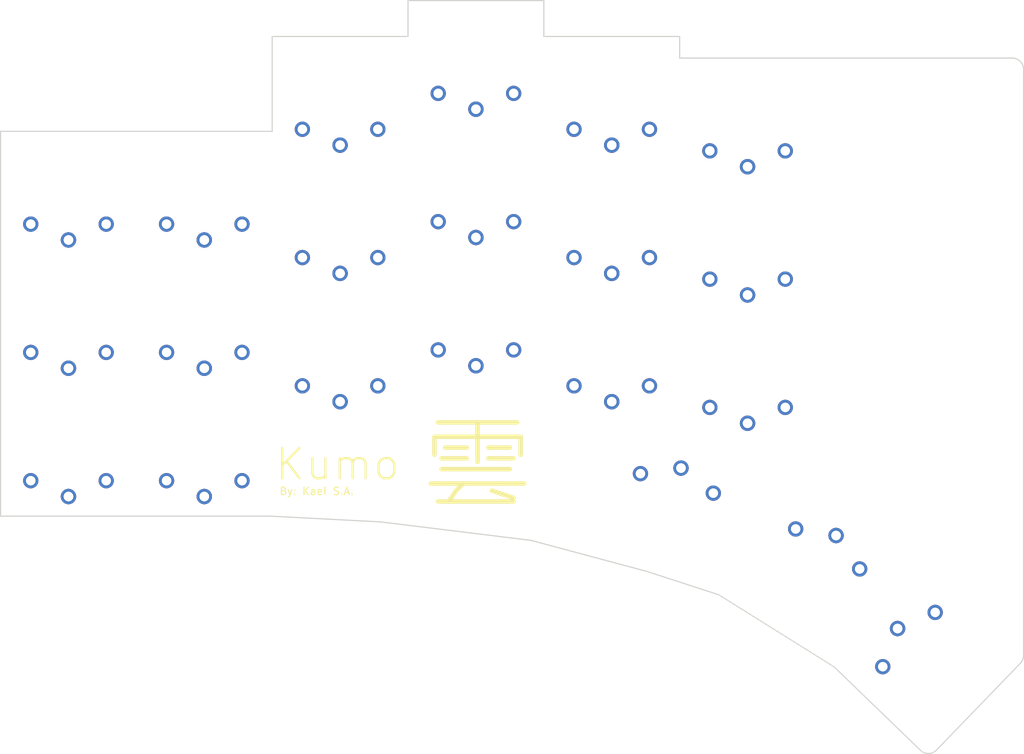
<source format=kicad_pcb>
(kicad_pcb (version 20221018) (generator pcbnew)
  (title_block (title "kalypcb") (rev "v1.0.0") (company "Dwctor"))
  (layers (0 "F.Cu" signal) (31 "B.Cu" signal) (34 "B.Paste" user) (35 "F.Paste" user) (36 "B.SilkS" user "B.Silkscreen") (37 "F.SilkS" user "F.Silkscreen") (38 "B.Mask" user) (39 "F.Mask" user) (44 "Edge.Cuts" user))
  (net 0 "")
  (net 1 "GND")
  (net 2 "matrix_outer_bottom")
  (net 3 "matrix_outer_home")
  (net 4 "matrix_outer_top")
  (net 5 "matrix_pinky_bottom")
  (net 6 "matrix_pinky_home")
  (net 7 "matrix_pinky_top")
  (net 8 "matrix_ring_bottom")
  (net 9 "matrix_ring_home")
  (net 10 "matrix_ring_top")
  (net 11 "matrix_middle_bottom")
  (net 12 "matrix_middle_home")
  (net 13 "matrix_middle_top")
  (net 14 "matrix_index_bottom")
  (net 15 "matrix_index_home")
  (net 16 "matrix_index_top")
  (net 17 "matrix_inner_bottom")
  (net 18 "matrix_inner_home")
  (net 19 "matrix_inner_top")
  (net 20 "thumb_inny")
  (net 21 "thumb_middy")
  (net 22 "thumb_reachy")
  (footprint "PG1350" (layer "F.Cu") (at 60.75642 45.086422 180)
    (fp_text reference "S8" hide)
    (fp_text value "" hide)
    (pad "" np_thru_hole circle (at -5.5 0 180) (size 1.7018 1.7018) (drill 1.7018) (layers "*.Cu" "*.Mask"))
    (pad "" np_thru_hole circle (at 0 0 180) (size 3.429 3.429) (drill 3.429) (layers "*.Cu" "*.Mask"))
    (pad "" np_thru_hole circle (at 5.5 0 180) (size 1.7018 1.7018) (drill 1.7018) (layers "*.Cu" "*.Mask"))
    (pad "1" thru_hole circle (at -5 -3.8 180) (size 2.032 2.032) (drill 1.27) (layers "*.Cu" "*.Mask") (net 1 "GND"))
    (pad "1" thru_hole circle (at 5 -3.8 180) (size 2.032 2.032) (drill 1.27) (layers "*.Cu" "*.Mask") (net 1 "GND"))
    (pad "2" thru_hole circle (at 0 -5.9 180) (size 2.032 2.032) (drill 1.27) (layers "*.Cu" "*.Mask") (net 9 "matrix_ring_home"))
    (pad "2" thru_hole circle (at 0 -5.9 180) (size 2.032 2.032) (drill 1.27) (layers "*.Cu" "*.Mask") (net 9 "matrix_ring_home"))
  )
  (footprint "PG1350" (layer "F.Cu") (at 123.359147 90.727302 -32)
    (fp_text reference "S20" hide)
    (fp_text value "" hide)
    (pad "" np_thru_hole circle (at -5.5 0) (size 1.7018 1.7018) (drill 1.7018) (layers "*.Cu" "*.Mask"))
    (pad "" np_thru_hole circle (at 0 0) (size 3.429 3.429) (drill 3.429) (layers "*.Cu" "*.Mask"))
    (pad "" np_thru_hole circle (at 5.5 0) (size 1.7018 1.7018) (drill 1.7018) (layers "*.Cu" "*.Mask"))
    (pad "1" thru_hole circle (at -5 -3.8) (size 2.032 2.032) (drill 1.27) (layers "*.Cu" "*.Mask") (net 1 "GND"))
    (pad "1" thru_hole circle (at 5 -3.8) (size 2.032 2.032) (drill 1.27) (layers "*.Cu" "*.Mask") (net 1 "GND"))
    (pad "2" thru_hole circle (at 0 -5.9) (size 2.032 2.032) (drill 1.27) (layers "*.Cu" "*.Mask") (net 21 "thumb_middy"))
    (pad "2" thru_hole circle (at 0 -5.9) (size 2.032 2.032) (drill 1.27) (layers "*.Cu" "*.Mask") (net 21 "thumb_middy"))
  )
  (footprint "PG1350" (layer "F.Cu") (at 78.75642 57.326422 180)
    (fp_text reference "S10" hide)
    (fp_text value "" hide)
    (pad "" np_thru_hole circle (at -5.5 0 180) (size 1.7018 1.7018) (drill 1.7018) (layers "*.Cu" "*.Mask"))
    (pad "" np_thru_hole circle (at 0 0 180) (size 3.429 3.429) (drill 3.429) (layers "*.Cu" "*.Mask"))
    (pad "" np_thru_hole circle (at 5.5 0 180) (size 1.7018 1.7018) (drill 1.7018) (layers "*.Cu" "*.Mask"))
    (pad "1" thru_hole circle (at -5 -3.8 180) (size 2.032 2.032) (drill 1.27) (layers "*.Cu" "*.Mask") (net 1 "GND"))
    (pad "1" thru_hole circle (at 5 -3.8 180) (size 2.032 2.032) (drill 1.27) (layers "*.Cu" "*.Mask") (net 1 "GND"))
    (pad "2" thru_hole circle (at 0 -5.9 180) (size 2.032 2.032) (drill 1.27) (layers "*.Cu" "*.Mask") (net 11 "matrix_middle_bottom"))
    (pad "2" thru_hole circle (at 0 -5.9 180) (size 2.032 2.032) (drill 1.27) (layers "*.Cu" "*.Mask") (net 11 "matrix_middle_bottom"))
  )
  (footprint "PG1350" (layer "F.Cu") (at 96.75642 62.086422 180)
    (fp_text reference "S13" hide)
    (fp_text value "" hide)
    (pad "" np_thru_hole circle (at -5.5 0 180) (size 1.7018 1.7018) (drill 1.7018) (layers "*.Cu" "*.Mask"))
    (pad "" np_thru_hole circle (at 0 0 180) (size 3.429 3.429) (drill 3.429) (layers "*.Cu" "*.Mask"))
    (pad "" np_thru_hole circle (at 5.5 0 180) (size 1.7018 1.7018) (drill 1.7018) (layers "*.Cu" "*.Mask"))
    (pad "1" thru_hole circle (at -5 -3.8 180) (size 2.032 2.032) (drill 1.27) (layers "*.Cu" "*.Mask") (net 1 "GND"))
    (pad "1" thru_hole circle (at 5 -3.8 180) (size 2.032 2.032) (drill 1.27) (layers "*.Cu" "*.Mask") (net 1 "GND"))
    (pad "2" thru_hole circle (at 0 -5.9 180) (size 2.032 2.032) (drill 1.27) (layers "*.Cu" "*.Mask") (net 14 "matrix_index_bottom"))
    (pad "2" thru_hole circle (at 0 -5.9 180) (size 2.032 2.032) (drill 1.27) (layers "*.Cu" "*.Mask") (net 14 "matrix_index_bottom"))
  )
  (footprint "PG1350" (layer "F.Cu") (at 42.75642 74.656422 180)
    (fp_text reference "S4" hide)
    (fp_text value "" hide)
    (pad "" np_thru_hole circle (at -5.5 0 180) (size 1.7018 1.7018) (drill 1.7018) (layers "*.Cu" "*.Mask"))
    (pad "" np_thru_hole circle (at 0 0 180) (size 3.429 3.429) (drill 3.429) (layers "*.Cu" "*.Mask"))
    (pad "" np_thru_hole circle (at 5.5 0 180) (size 1.7018 1.7018) (drill 1.7018) (layers "*.Cu" "*.Mask"))
    (pad "1" thru_hole circle (at -5 -3.8 180) (size 2.032 2.032) (drill 1.27) (layers "*.Cu" "*.Mask") (net 1 "GND"))
    (pad "1" thru_hole circle (at 5 -3.8 180) (size 2.032 2.032) (drill 1.27) (layers "*.Cu" "*.Mask") (net 1 "GND"))
    (pad "2" thru_hole circle (at 0 -5.9 180) (size 2.032 2.032) (drill 1.27) (layers "*.Cu" "*.Mask") (net 5 "matrix_pinky_bottom"))
    (pad "2" thru_hole circle (at 0 -5.9 180) (size 2.032 2.032) (drill 1.27) (layers "*.Cu" "*.Mask") (net 5 "matrix_pinky_bottom"))
  )
  (footprint "PG1350" (layer "F.Cu") (at 138.883632 102.150712 46)
    (fp_text reference "S21" hide)
    (fp_text value "" hide)
    (pad "" np_thru_hole circle (at -5.5 0 180) (size 1.7018 1.7018) (drill 1.7018) (layers "*.Cu" "*.Mask"))
    (pad "" np_thru_hole circle (at 0 0 180) (size 3.429 3.429) (drill 3.429) (layers "*.Cu" "*.Mask"))
    (pad "" np_thru_hole circle (at 5.5 0 180) (size 1.7018 1.7018) (drill 1.7018) (layers "*.Cu" "*.Mask"))
    (pad "1" thru_hole circle (at -5 -3.8 180) (size 2.032 2.032) (drill 1.27) (layers "*.Cu" "*.Mask") (net 1 "GND"))
    (pad "1" thru_hole circle (at 5 -3.8 180) (size 2.032 2.032) (drill 1.27) (layers "*.Cu" "*.Mask") (net 1 "GND"))
    (pad "2" thru_hole circle (at 0 -5.9 180) (size 2.032 2.032) (drill 1.27) (layers "*.Cu" "*.Mask") (net 22 "thumb_reachy"))
    (pad "2" thru_hole circle (at 0 -5.9 180) (size 2.032 2.032) (drill 1.27) (layers "*.Cu" "*.Mask") (net 22 "thumb_reachy"))
  )
  (footprint "PG1350" (layer "F.Cu") (at 42.75642 57.656422 180)
    (fp_text reference "S5" hide)
    (fp_text value "" hide)
    (pad "" np_thru_hole circle (at -5.5 0 180) (size 1.7018 1.7018) (drill 1.7018) (layers "*.Cu" "*.Mask"))
    (pad "" np_thru_hole circle (at 0 0 180) (size 3.429 3.429) (drill 3.429) (layers "*.Cu" "*.Mask"))
    (pad "" np_thru_hole circle (at 5.5 0 180) (size 1.7018 1.7018) (drill 1.7018) (layers "*.Cu" "*.Mask"))
    (pad "1" thru_hole circle (at -5 -3.8 180) (size 2.032 2.032) (drill 1.27) (layers "*.Cu" "*.Mask") (net 1 "GND"))
    (pad "1" thru_hole circle (at 5 -3.8 180) (size 2.032 2.032) (drill 1.27) (layers "*.Cu" "*.Mask") (net 1 "GND"))
    (pad "2" thru_hole circle (at 0 -5.9 180) (size 2.032 2.032) (drill 1.27) (layers "*.Cu" "*.Mask") (net 6 "matrix_pinky_home"))
    (pad "2" thru_hole circle (at 0 -5.9 180) (size 2.032 2.032) (drill 1.27) (layers "*.Cu" "*.Mask") (net 6 "matrix_pinky_home"))
  )
  (footprint "PG1350" (layer "F.Cu") (at 104.40642 82.486422 -15)
    (fp_text reference "S19" hide)
    (fp_text value "" hide)
    (pad "" np_thru_hole circle (at -5.5 0) (size 1.7018 1.7018) (drill 1.7018) (layers "*.Cu" "*.Mask"))
    (pad "" np_thru_hole circle (at 0 0) (size 3.429 3.429) (drill 3.429) (layers "*.Cu" "*.Mask"))
    (pad "" np_thru_hole circle (at 5.5 0) (size 1.7018 1.7018) (drill 1.7018) (layers "*.Cu" "*.Mask"))
    (pad "1" thru_hole circle (at -5 -3.8) (size 2.032 2.032) (drill 1.27) (layers "*.Cu" "*.Mask") (net 1 "GND"))
    (pad "1" thru_hole circle (at 5 -3.8) (size 2.032 2.032) (drill 1.27) (layers "*.Cu" "*.Mask") (net 1 "GND"))
    (pad "2" thru_hole circle (at 0 -5.9) (size 2.032 2.032) (drill 1.27) (layers "*.Cu" "*.Mask") (net 20 "thumb_inny"))
    (pad "2" thru_hole circle (at 0 -5.9) (size 2.032 2.032) (drill 1.27) (layers "*.Cu" "*.Mask") (net 20 "thumb_inny"))
  )
  (footprint "PG1350" (layer "F.Cu") (at 96.75642 28.086422 180)
    (fp_text reference "S15" hide)
    (fp_text value "" hide)
    (pad "" np_thru_hole circle (at -5.5 0 180) (size 1.7018 1.7018) (drill 1.7018) (layers "*.Cu" "*.Mask"))
    (pad "" np_thru_hole circle (at 0 0 180) (size 3.429 3.429) (drill 3.429) (layers "*.Cu" "*.Mask"))
    (pad "" np_thru_hole circle (at 5.5 0 180) (size 1.7018 1.7018) (drill 1.7018) (layers "*.Cu" "*.Mask"))
    (pad "1" thru_hole circle (at -5 -3.8 180) (size 2.032 2.032) (drill 1.27) (layers "*.Cu" "*.Mask") (net 1 "GND"))
    (pad "1" thru_hole circle (at 5 -3.8 180) (size 2.032 2.032) (drill 1.27) (layers "*.Cu" "*.Mask") (net 1 "GND"))
    (pad "2" thru_hole circle (at 0 -5.9 180) (size 2.032 2.032) (drill 1.27) (layers "*.Cu" "*.Mask") (net 16 "matrix_index_top"))
    (pad "2" thru_hole circle (at 0 -5.9 180) (size 2.032 2.032) (drill 1.27) (layers "*.Cu" "*.Mask") (net 16 "matrix_index_top"))
  )
  (footprint "PG1350" (layer "F.Cu") (at 24.75642 74.656422 180)
    (fp_text reference "S1" hide)
    (fp_text value "" hide)
    (pad "" np_thru_hole circle (at -5.5 0 180) (size 1.7018 1.7018) (drill 1.7018) (layers "*.Cu" "*.Mask"))
    (pad "" np_thru_hole circle (at 0 0 180) (size 3.429 3.429) (drill 3.429) (layers "*.Cu" "*.Mask"))
    (pad "" np_thru_hole circle (at 5.5 0 180) (size 1.7018 1.7018) (drill 1.7018) (layers "*.Cu" "*.Mask"))
    (pad "1" thru_hole circle (at -5 -3.8 180) (size 2.032 2.032) (drill 1.27) (layers "*.Cu" "*.Mask") (net 1 "GND"))
    (pad "1" thru_hole circle (at 5 -3.8 180) (size 2.032 2.032) (drill 1.27) (layers "*.Cu" "*.Mask") (net 1 "GND"))
    (pad "2" thru_hole circle (at 0 -5.9 180) (size 2.032 2.032) (drill 1.27) (layers "*.Cu" "*.Mask") (net 2 "matrix_outer_bottom"))
    (pad "2" thru_hole circle (at 0 -5.9 180) (size 2.032 2.032) (drill 1.27) (layers "*.Cu" "*.Mask") (net 2 "matrix_outer_bottom"))
  )
  (footprint "PG1350" (layer "F.Cu") (at 114.75642 30.946422 180)
    (fp_text reference "S18" hide)
    (fp_text value "" hide)
    (pad "" np_thru_hole circle (at -5.5 0 180) (size 1.7018 1.7018) (drill 1.7018) (layers "*.Cu" "*.Mask"))
    (pad "" np_thru_hole circle (at 0 0 180) (size 3.429 3.429) (drill 3.429) (layers "*.Cu" "*.Mask"))
    (pad "" np_thru_hole circle (at 5.5 0 180) (size 1.7018 1.7018) (drill 1.7018) (layers "*.Cu" "*.Mask"))
    (pad "1" thru_hole circle (at -5 -3.8 180) (size 2.032 2.032) (drill 1.27) (layers "*.Cu" "*.Mask") (net 1 "GND"))
    (pad "1" thru_hole circle (at 5 -3.8 180) (size 2.032 2.032) (drill 1.27) (layers "*.Cu" "*.Mask") (net 1 "GND"))
    (pad "2" thru_hole circle (at 0 -5.9 180) (size 2.032 2.032) (drill 1.27) (layers "*.Cu" "*.Mask") (net 19 "matrix_inner_top"))
    (pad "2" thru_hole circle (at 0 -5.9 180) (size 2.032 2.032) (drill 1.27) (layers "*.Cu" "*.Mask") (net 19 "matrix_inner_top"))
  )
  (footprint "PG1350" (layer "F.Cu") (at 78.75642 40.326422 180)
    (fp_text reference "S11" hide)
    (fp_text value "" hide)
    (pad "" np_thru_hole circle (at -5.5 0 180) (size 1.7018 1.7018) (drill 1.7018) (layers "*.Cu" "*.Mask"))
    (pad "" np_thru_hole circle (at 0 0 180) (size 3.429 3.429) (drill 3.429) (layers "*.Cu" "*.Mask"))
    (pad "" np_thru_hole circle (at 5.5 0 180) (size 1.7018 1.7018) (drill 1.7018) (layers "*.Cu" "*.Mask"))
    (pad "1" thru_hole circle (at -5 -3.8 180) (size 2.032 2.032) (drill 1.27) (layers "*.Cu" "*.Mask") (net 1 "GND"))
    (pad "1" thru_hole circle (at 5 -3.8 180) (size 2.032 2.032) (drill 1.27) (layers "*.Cu" "*.Mask") (net 1 "GND"))
    (pad "2" thru_hole circle (at 0 -5.9 180) (size 2.032 2.032) (drill 1.27) (layers "*.Cu" "*.Mask") (net 12 "matrix_middle_home"))
    (pad "2" thru_hole circle (at 0 -5.9 180) (size 2.032 2.032) (drill 1.27) (layers "*.Cu" "*.Mask") (net 12 "matrix_middle_home"))
  )
  (footprint "PG1350" (layer "F.Cu") (at 60.75642 28.086422 180)
    (fp_text reference "S9" hide)
    (fp_text value "" hide)
    (pad "" np_thru_hole circle (at -5.5 0 180) (size 1.7018 1.7018) (drill 1.7018) (layers "*.Cu" "*.Mask"))
    (pad "" np_thru_hole circle (at 0 0 180) (size 3.429 3.429) (drill 3.429) (layers "*.Cu" "*.Mask"))
    (pad "" np_thru_hole circle (at 5.5 0 180) (size 1.7018 1.7018) (drill 1.7018) (layers "*.Cu" "*.Mask"))
    (pad "1" thru_hole circle (at -5 -3.8 180) (size 2.032 2.032) (drill 1.27) (layers "*.Cu" "*.Mask") (net 1 "GND"))
    (pad "1" thru_hole circle (at 5 -3.8 180) (size 2.032 2.032) (drill 1.27) (layers "*.Cu" "*.Mask") (net 1 "GND"))
    (pad "2" thru_hole circle (at 0 -5.9 180) (size 2.032 2.032) (drill 1.27) (layers "*.Cu" "*.Mask") (net 10 "matrix_ring_top"))
    (pad "2" thru_hole circle (at 0 -5.9 180) (size 2.032 2.032) (drill 1.27) (layers "*.Cu" "*.Mask") (net 10 "matrix_ring_top"))
  )
  (footprint "PG1350" (layer "F.Cu") (at 42.75642 40.656422 180)
    (fp_text reference "S6" hide)
    (fp_text value "" hide)
    (pad "" np_thru_hole circle (at -5.5 0 180) (size 1.7018 1.7018) (drill 1.7018) (layers "*.Cu" "*.Mask"))
    (pad "" np_thru_hole circle (at 0 0 180) (size 3.429 3.429) (drill 3.429) (layers "*.Cu" "*.Mask"))
    (pad "" np_thru_hole circle (at 5.5 0 180) (size 1.7018 1.7018) (drill 1.7018) (layers "*.Cu" "*.Mask"))
    (pad "1" thru_hole circle (at -5 -3.8 180) (size 2.032 2.032) (drill 1.27) (layers "*.Cu" "*.Mask") (net 1 "GND"))
    (pad "1" thru_hole circle (at 5 -3.8 180) (size 2.032 2.032) (drill 1.27) (layers "*.Cu" "*.Mask") (net 1 "GND"))
    (pad "2" thru_hole circle (at 0 -5.9 180) (size 2.032 2.032) (drill 1.27) (layers "*.Cu" "*.Mask") (net 7 "matrix_pinky_top"))
    (pad "2" thru_hole circle (at 0 -5.9 180) (size 2.032 2.032) (drill 1.27) (layers "*.Cu" "*.Mask") (net 7 "matrix_pinky_top"))
  )
  (footprint "PG1350" (layer "F.Cu") (at 96.75642 45.086422 180)
    (fp_text reference "S14" hide)
    (fp_text value "" hide)
    (pad "" np_thru_hole circle (at -5.5 0 180) (size 1.7018 1.7018) (drill 1.7018) (layers "*.Cu" "*.Mask"))
    (pad "" np_thru_hole circle (at 0 0 180) (size 3.429 3.429) (drill 3.429) (layers "*.Cu" "*.Mask"))
    (pad "" np_thru_hole circle (at 5.5 0 180) (size 1.7018 1.7018) (drill 1.7018) (layers "*.Cu" "*.Mask"))
    (pad "1" thru_hole circle (at -5 -3.8 180) (size 2.032 2.032) (drill 1.27) (layers "*.Cu" "*.Mask") (net 1 "GND"))
    (pad "1" thru_hole circle (at 5 -3.8 180) (size 2.032 2.032) (drill 1.27) (layers "*.Cu" "*.Mask") (net 1 "GND"))
    (pad "2" thru_hole circle (at 0 -5.9 180) (size 2.032 2.032) (drill 1.27) (layers "*.Cu" "*.Mask") (net 15 "matrix_index_home"))
    (pad "2" thru_hole circle (at 0 -5.9 180) (size 2.032 2.032) (drill 1.27) (layers "*.Cu" "*.Mask") (net 15 "matrix_index_home"))
  )
  (footprint "PG1350" (layer "F.Cu") (at 78.75642 23.326422 180)
    (fp_text reference "S12" hide)
    (fp_text value "" hide)
    (pad "" np_thru_hole circle (at -5.5 0 180) (size 1.7018 1.7018) (drill 1.7018) (layers "*.Cu" "*.Mask"))
    (pad "" np_thru_hole circle (at 0 0 180) (size 3.429 3.429) (drill 3.429) (layers "*.Cu" "*.Mask"))
    (pad "" np_thru_hole circle (at 5.5 0 180) (size 1.7018 1.7018) (drill 1.7018) (layers "*.Cu" "*.Mask"))
    (pad "1" thru_hole circle (at -5 -3.8 180) (size 2.032 2.032) (drill 1.27) (layers "*.Cu" "*.Mask") (net 1 "GND"))
    (pad "1" thru_hole circle (at 5 -3.8 180) (size 2.032 2.032) (drill 1.27) (layers "*.Cu" "*.Mask") (net 1 "GND"))
    (pad "2" thru_hole circle (at 0 -5.9 180) (size 2.032 2.032) (drill 1.27) (layers "*.Cu" "*.Mask") (net 13 "matrix_middle_top"))
    (pad "2" thru_hole circle (at 0 -5.9 180) (size 2.032 2.032) (drill 1.27) (layers "*.Cu" "*.Mask") (net 13 "matrix_middle_top"))
  )
  (footprint "PG1350" (layer "F.Cu") (at 114.75642 64.946422 180)
    (fp_text reference "S16" hide)
    (fp_text value "" hide)
    (pad "" np_thru_hole circle (at -5.5 0 180) (size 1.7018 1.7018) (drill 1.7018) (layers "*.Cu" "*.Mask"))
    (pad "" np_thru_hole circle (at 0 0 180) (size 3.429 3.429) (drill 3.429) (layers "*.Cu" "*.Mask"))
    (pad "" np_thru_hole circle (at 5.5 0 180) (size 1.7018 1.7018) (drill 1.7018) (layers "*.Cu" "*.Mask"))
    (pad "1" thru_hole circle (at -5 -3.8 180) (size 2.032 2.032) (drill 1.27) (layers "*.Cu" "*.Mask") (net 1 "GND"))
    (pad "1" thru_hole circle (at 5 -3.8 180) (size 2.032 2.032) (drill 1.27) (layers "*.Cu" "*.Mask") (net 1 "GND"))
    (pad "2" thru_hole circle (at 0 -5.9 180) (size 2.032 2.032) (drill 1.27) (layers "*.Cu" "*.Mask") (net 17 "matrix_inner_bottom"))
    (pad "2" thru_hole circle (at 0 -5.9 180) (size 2.032 2.032) (drill 1.27) (layers "*.Cu" "*.Mask") (net 17 "matrix_inner_bottom"))
  )
  (footprint "PG1350" (layer "F.Cu") (at 24.75642 40.656422 180)
    (fp_text reference "S3" hide)
    (fp_text value "" hide)
    (pad "" np_thru_hole circle (at -5.5 0 180) (size 1.7018 1.7018) (drill 1.7018) (layers "*.Cu" "*.Mask"))
    (pad "" np_thru_hole circle (at 0 0 180) (size 3.429 3.429) (drill 3.429) (layers "*.Cu" "*.Mask"))
    (pad "" np_thru_hole circle (at 5.5 0 180) (size 1.7018 1.7018) (drill 1.7018) (layers "*.Cu" "*.Mask"))
    (pad "1" thru_hole circle (at -5 -3.8 180) (size 2.032 2.032) (drill 1.27) (layers "*.Cu" "*.Mask") (net 1 "GND"))
    (pad "1" thru_hole circle (at 5 -3.8 180) (size 2.032 2.032) (drill 1.27) (layers "*.Cu" "*.Mask") (net 1 "GND"))
    (pad "2" thru_hole circle (at 0 -5.9 180) (size 2.032 2.032) (drill 1.27) (layers "*.Cu" "*.Mask") (net 4 "matrix_outer_top"))
    (pad "2" thru_hole circle (at 0 -5.9 180) (size 2.032 2.032) (drill 1.27) (layers "*.Cu" "*.Mask") (net 4 "matrix_outer_top"))
  )
  (footprint "PG1350" (layer "F.Cu") (at 24.75642 57.656422 180)
    (fp_text reference "S2" hide)
    (fp_text value "" hide)
    (pad "" np_thru_hole circle (at -5.5 0 180) (size 1.7018 1.7018) (drill 1.7018) (layers "*.Cu" "*.Mask"))
    (pad "" np_thru_hole circle (at 0 0 180) (size 3.429 3.429) (drill 3.429) (layers "*.Cu" "*.Mask"))
    (pad "" np_thru_hole circle (at 5.5 0 180) (size 1.7018 1.7018) (drill 1.7018) (layers "*.Cu" "*.Mask"))
    (pad "1" thru_hole circle (at -5 -3.8 180) (size 2.032 2.032) (drill 1.27) (layers "*.Cu" "*.Mask") (net 1 "GND"))
    (pad "1" thru_hole circle (at 5 -3.8 180) (size 2.032 2.032) (drill 1.27) (layers "*.Cu" "*.Mask") (net 1 "GND"))
    (pad "2" thru_hole circle (at 0 -5.9 180) (size 2.032 2.032) (drill 1.27) (layers "*.Cu" "*.Mask") (net 3 "matrix_outer_home"))
    (pad "2" thru_hole circle (at 0 -5.9 180) (size 2.032 2.032) (drill 1.27) (layers "*.Cu" "*.Mask") (net 3 "matrix_outer_home"))
  )
  (footprint "PG1350" (layer "F.Cu") (at 114.75642 47.946422 180)
    (fp_text reference "S17" hide)
    (fp_text value "" hide)
    (pad "" np_thru_hole circle (at -5.5 0 180) (size 1.7018 1.7018) (drill 1.7018) (layers "*.Cu" "*.Mask"))
    (pad "" np_thru_hole circle (at 0 0 180) (size 3.429 3.429) (drill 3.429) (layers "*.Cu" "*.Mask"))
    (pad "" np_thru_hole circle (at 5.5 0 180) (size 1.7018 1.7018) (drill 1.7018) (layers "*.Cu" "*.Mask"))
    (pad "1" thru_hole circle (at -5 -3.8 180) (size 2.032 2.032) (drill 1.27) (layers "*.Cu" "*.Mask") (net 1 "GND"))
    (pad "1" thru_hole circle (at 5 -3.8 180) (size 2.032 2.032) (drill 1.27) (layers "*.Cu" "*.Mask") (net 1 "GND"))
    (pad "2" thru_hole circle (at 0 -5.9 180) (size 2.032 2.032) (drill 1.27) (layers "*.Cu" "*.Mask") (net 18 "matrix_inner_home"))
    (pad "2" thru_hole circle (at 0 -5.9 180) (size 2.032 2.032) (drill 1.27) (layers "*.Cu" "*.Mask") (net 18 "matrix_inner_home"))
  )
  (footprint "PG1350" (layer "F.Cu") (at 60.75642 62.086422 180)
    (fp_text reference "S7" hide)
    (fp_text value "" hide)
    (pad "" np_thru_hole circle (at -5.5 0 180) (size 1.7018 1.7018) (drill 1.7018) (layers "*.Cu" "*.Mask"))
    (pad "" np_thru_hole circle (at 0 0 180) (size 3.429 3.429) (drill 3.429) (layers "*.Cu" "*.Mask"))
    (pad "" np_thru_hole circle (at 5.5 0 180) (size 1.7018 1.7018) (drill 1.7018) (layers "*.Cu" "*.Mask"))
    (pad "1" thru_hole circle (at -5 -3.8 180) (size 2.032 2.032) (drill 1.27) (layers "*.Cu" "*.Mask") (net 1 "GND"))
    (pad "1" thru_hole circle (at 5 -3.8 180) (size 2.032 2.032) (drill 1.27) (layers "*.Cu" "*.Mask") (net 1 "GND"))
    (pad "2" thru_hole circle (at 0 -5.9 180) (size 2.032 2.032) (drill 1.27) (layers "*.Cu" "*.Mask") (net 8 "matrix_ring_bottom"))
    (pad "2" thru_hole circle (at 0 -5.9 180) (size 2.032 2.032) (drill 1.27) (layers "*.Cu" "*.Mask") (net 8 "matrix_ring_bottom"))
  )
  (gr_line (start 51.75642 19.586422) (end 51.75642 32.156422) (stroke (width 0.15)) (layer "Edge.Cuts"))
  (gr_line (start 69.75642 19.586422) (end 51.75642 19.586422) (stroke (width 0.15)) (layer "Edge.Cuts"))
  (gr_line (start 15.75642 83.156422) (end 51.550061 83.156422) (stroke (width 0.15)) (layer "Edge.Cuts"))
  (gr_line (start 110.937991 93.578308) (end 126.218322 103.126519) (stroke (width 0.15)) (layer "Edge.Cuts"))
  (gr_line (start 69.75642 14.826422) (end 69.75642 19.586422) (stroke (width 0.15)) (layer "Edge.Cuts"))
  (gr_line (start 151.327442 101.446422) (end 151.33642 101.446422) (stroke (width 0.15)) (layer "Edge.Cuts"))
  (gr_line (start 15.75642 83.156422) (end 15.75642 32.156422) (stroke (width 0.15)) (layer "Edge.Cuts"))
  (gr_line (start 87.75642 19.586422) (end 87.75642 14.826422) (stroke (width 0.15)) (layer "Edge.Cuts"))
  (gr_line (start 105.75642 19.586422) (end 87.75642 19.586422) (stroke (width 0.15)) (layer "Edge.Cuts"))
  (gr_line (start 86.04597 86.366602) (end 101.425886 90.487638) (stroke (width 0.15)) (layer "Edge.Cuts"))
  (gr_line (start 151.33642 101.446422) (end 151.33642 23.946422) (stroke (width 0.15)) (layer "Edge.Cuts"))
  (gr_line (start 105.75642 22.446422) (end 149.83642 22.446422) (stroke (width 0.15)) (layer "Edge.Cuts"))
  (gr_line (start 101.425886 90.487638) (end 110.937991 93.578308) (stroke (width 0.15)) (layer "Edge.Cuts"))
  (gr_line (start 87.75642 14.826422) (end 69.75642 14.826422) (stroke (width 0.15)) (layer "Edge.Cuts"))
  (gr_arc (start 139.800423 114.157355) (mid 138.747592 114.615139) (end 137.679426 114.194378) (stroke (width 0.15)) (layer "Edge.Cuts"))
  (gr_line (start 66.12 83.92) (end 86.04597 86.366602) (stroke (width 0.15)) (layer "Edge.Cuts"))
  (gr_arc (start 151.327442 101.446422) (mid 151.254669 102.092992) (end 150.914957 102.647919) (stroke (width 0.15)) (layer "Edge.Cuts"))
  (gr_line (start 105.75642 22.446422) (end 105.75642 19.586422) (stroke (width 0.15)) (layer "Edge.Cuts"))
  (gr_line (start 139.800423 114.157356) (end 150.914957 102.647919) (stroke (width 0.15)) (layer "Edge.Cuts"))
  (gr_arc (start 149.83642 22.446422) (mid 150.89708 22.885762) (end 151.33642 23.946422) (stroke (width 0.15)) (layer "Edge.Cuts"))
  (gr_line (start 15.75642 32.156422) (end 51.75642 32.156422) (stroke (width 0.15)) (layer "Edge.Cuts"))
  (gr_line (start 126.218322 103.126519) (end 137.679426 114.194378) (stroke (width 0.15)) (layer "Edge.Cuts"))
  (gr_line (start 51.550061 83.156422) (end 66.12 83.92) (stroke (width 0.15)) (layer "Edge.Cuts"))
  (gr_text "Kumo" (at 51.93642 78.640922) (layer "F.SilkS") (effects (font (size 4 4) (thickness 0.3)) (justify left bottom)))
  (gr_text "By: Kael S.A." (at 52.63642 80.440922) (layer "F.SilkS") (effects (font (size 1 1)) (justify left bottom)))
  (gr_text "雲" (at 71.43642 82.940922) (layer "F.SilkS") (effects (font (size 10 10) (thickness 0.6)) (justify left bottom)))
)
</source>
